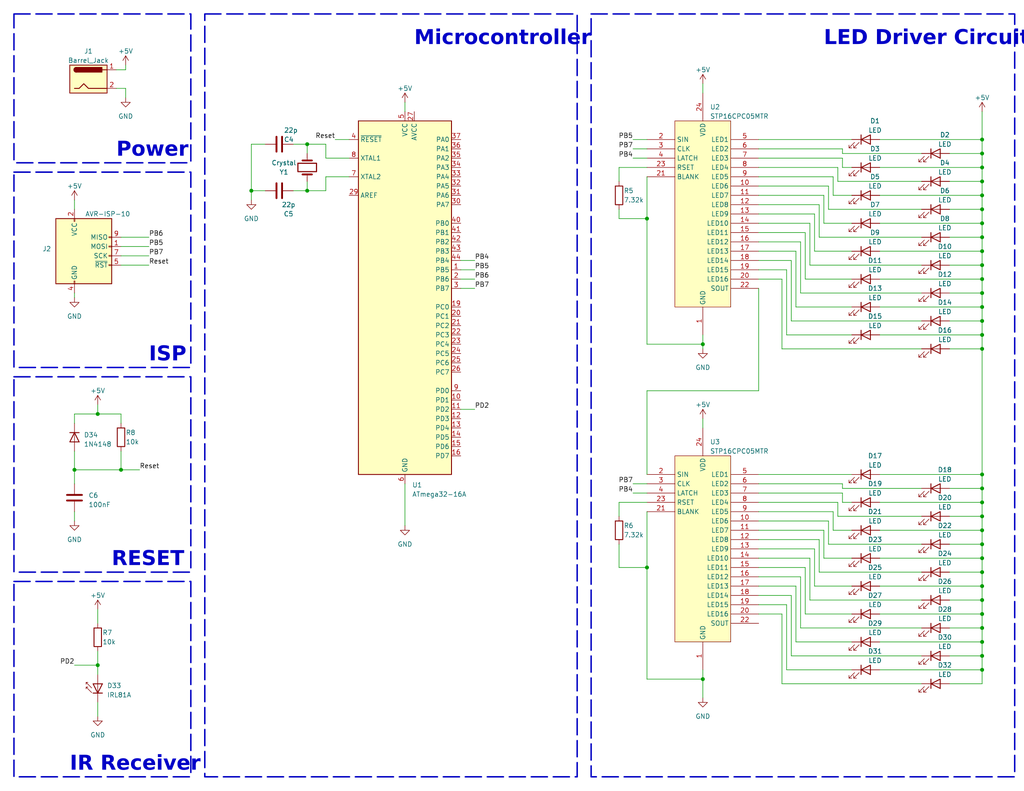
<source format=kicad_sch>
(kicad_sch (version 20230121) (generator eeschema)
  (paper "A")
  (lib_symbols
    (symbol "Connector:AVR-ISP-10" (pin_names (offset 1.016))
      (property "Reference" "J" (at -6.35 11.43 0))
      (property "Value" "AVR-ISP-10" (at 0 11.43 0))
      (symbol "AVR-ISP-10_0_1"
        (rectangle (start -2.667 -6.858) (end -2.413 -7.62))
        (rectangle (start -2.667 10.16) (end -2.413 9.398))
        (rectangle (start 7.62 -2.413) (end 6.858 -2.667))
        (rectangle (start 7.62 0.127) (end 6.858 -0.127))
        (rectangle (start 7.62 2.667) (end 6.858 2.413))
        (rectangle (start 7.62 5.207) (end 6.858 4.953))
        (rectangle (start 7.62 10.16) (end -7.62 -7.62) (stroke (width 0.254)) (fill (type background)))
      )
      (symbol "AVR-ISP-10_1_1"
        (pin passive line (at 10.16 2.54 180) (length 2.54) (name "MOSI") (number "1"))
        (pin passive line (at -2.54 -10.16 90) (length 2.54) hide (name "GND") (number "10"))
        (pin passive line (at -2.54 12.7 270) (length 2.54) (name "VCC") (number "2"))
        (pin no_connect line (at 7.62 -5.08 180) (length 2.54) hide (name "NC") (number "3"))
        (pin passive line (at -2.54 -10.16 90) (length 2.54) (name "GND") (number "4"))
        (pin passive line (at 10.16 -2.54 180) (length 2.54) (name "~{RST}") (number "5"))
        (pin passive line (at -2.54 -10.16 90) (length 2.54) hide (name "GND") (number "6"))
        (pin passive line (at 10.16 0 180) (length 2.54) (name "SCK") (number "7"))
        (pin passive line (at -2.54 -10.16 90) (length 2.54) hide (name "GND") (number "8"))
        (pin passive line (at 10.16 5.08 180) (length 2.54) (name "MISO") (number "9"))
      )
    )
    (symbol "Connector:Barrel_Jack" (pin_names (offset 1.016))
      (property "Reference" "J" (at 0 5.334 0))
      (property "Value" "Barrel_Jack" (at 0 -5.08 0))
      (symbol "Barrel_Jack_0_1"
        (rectangle (start -5.08 3.81) (end 5.08 -3.81) (stroke (width 0.254)) (fill (type background)))
        (arc (start -3.302 3.175) (mid -3.9343 2.54) (end -3.302 1.905) (stroke (width 0.254)))
        (arc (start -3.302 3.175) (mid -3.9343 2.54) (end -3.302 1.905) (stroke (width 0.254)) (fill (type outline)))
        (polyline (pts (xy 5.08 2.54) (xy 3.81 2.54)) (stroke (width 0.254)))
        (polyline (pts (xy -3.81 -2.54) (xy -2.54 -2.54) (xy -1.27 -1.27) (xy 0 -2.54) (xy 2.54 -2.54) (xy 5.08 -2.54)) (stroke (width 0.254)))
        (rectangle (start 3.683 3.175) (end -3.302 1.905) (stroke (width 0.254)) (fill (type outline)))
      )
      (symbol "Barrel_Jack_1_1"
        (pin passive line (at 7.62 2.54 180) (length 2.54) (name "~") (number "1"))
        (pin passive line (at 7.62 -2.54 180) (length 2.54) (name "~") (number "2"))
      )
    )
    (symbol "Device:C" (pin_numbers hide) (pin_names (offset 0.254))
      (property "Reference" "C" (at 0.635 2.54 0))
      (property "Value" "C" (at 0.635 -2.54 0))
      (symbol "C_0_1"
        (polyline (pts (xy -2.032 -0.762) (xy 2.032 -0.762)) (stroke (width 0.508)))
        (polyline (pts (xy -2.032 0.762) (xy 2.032 0.762)) (stroke (width 0.508)))
      )
      (symbol "C_1_1"
        (pin passive line (at 0 3.81 270) (length 2.794) (name "~") (number "1"))
        (pin passive line (at 0 -3.81 90) (length 2.794) (name "~") (number "2"))
      )
    )
    (symbol "Device:Crystal" (pin_numbers hide) (pin_names (offset 1.016) hide)
      (property "Reference" "Y" (at 0 3.81 0))
      (property "Value" "Crystal" (at 0 -3.81 0))
      (symbol "Crystal_0_1"
        (rectangle (start -1.143 2.54) (end 1.143 -2.54) (stroke (width 0.3048)))
        (polyline (pts (xy -2.54 0) (xy -1.905 0)))
        (polyline (pts (xy -1.905 -1.27) (xy -1.905 1.27)) (stroke (width 0.508)))
        (polyline (pts (xy 1.905 -1.27) (xy 1.905 1.27)) (stroke (width 0.508)))
        (polyline (pts (xy 2.54 0) (xy 1.905 0)))
      )
      (symbol "Crystal_1_1"
        (pin passive line (at -3.81 0 0) (length 1.27) (name "1") (number "1"))
        (pin passive line (at 3.81 0 180) (length 1.27) (name "2") (number "2"))
      )
    )
    (symbol "Device:LED" (pin_numbers hide) (pin_names (offset 1.016) hide)
      (property "Reference" "D" (at 0 2.54 0))
      (property "Value" "LED" (at 0 -2.54 0))
      (symbol "LED_0_1"
        (polyline (pts (xy -1.27 -1.27) (xy -1.27 1.27)) (stroke (width 0.254)))
        (polyline (pts (xy -1.27 0) (xy 1.27 0)))
        (polyline (pts (xy 1.27 -1.27) (xy 1.27 1.27) (xy -1.27 0) (xy 1.27 -1.27)) (stroke (width 0.254)))
        (polyline (pts (xy -3.048 -0.762) (xy -4.572 -2.286) (xy -3.81 -2.286) (xy -4.572 -2.286) (xy -4.572 -1.524)))
        (polyline (pts (xy -1.778 -0.762) (xy -3.302 -2.286) (xy -2.54 -2.286) (xy -3.302 -2.286) (xy -3.302 -1.524)))
      )
      (symbol "LED_1_1"
        (pin passive line (at -3.81 0 0) (length 2.54) (name "K") (number "1"))
        (pin passive line (at 3.81 0 180) (length 2.54) (name "A") (number "2"))
      )
    )
    (symbol "Device:R" (pin_numbers hide) (pin_names (offset 0))
      (property "Reference" "R" (at 2.032 0 90))
      (property "Value" "R" (at 0 0 90))
      (symbol "R_0_1"
        (rectangle (start -1.016 -2.54) (end 1.016 2.54) (stroke (width 0.254)))
      )
      (symbol "R_1_1"
        (pin passive line (at 0 3.81 270) (length 1.27) (name "~") (number "1"))
        (pin passive line (at 0 -3.81 90) (length 1.27) (name "~") (number "2"))
      )
    )
    (symbol "Diode:1N4148" (pin_numbers hide) (pin_names hide)
      (property "Reference" "D" (at 0 2.54 0))
      (property "Value" "1N4148" (at 0 -2.54 0))
      (symbol "1N4148_0_1"
        (polyline (pts (xy -1.27 1.27) (xy -1.27 -1.27)) (stroke (width 0.254)))
        (polyline (pts (xy 1.27 0) (xy -1.27 0)))
        (polyline (pts (xy 1.27 1.27) (xy 1.27 -1.27) (xy -1.27 0) (xy 1.27 1.27)) (stroke (width 0.254)))
      )
      (symbol "1N4148_1_1"
        (pin passive line (at -3.81 0 0) (length 2.54) (name "K") (number "1"))
        (pin passive line (at 3.81 0 180) (length 2.54) (name "A") (number "2"))
      )
    )
    (symbol "Driver_LED_Custom:CAT4016Y"
      (property "Reference" "U" (at -8.89 26.67 0))
      (property "Value" "CAT4016Y" (at 7.62 26.67 0))
      (symbol "CAT4016Y_1_0"
        (rectangle (start -7.62 25.4) (end 7.62 -25.4) (fill (type background)))
        (pin power_in line (at 0 -33.02 90) (length 7.62) (name "GND") (number "1"))
        (pin output line (at 15.24 7.62 180) (length 7.62) (name "LED6") (number "10"))
        (pin output line (at 15.24 5.08 180) (length 7.62) (name "LED7") (number "11"))
        (pin output line (at 15.24 2.54 180) (length 7.62) (name "LED8") (number "12"))
        (pin output line (at 15.24 0 180) (length 7.62) (name "LED9") (number "13"))
        (pin output line (at 15.24 -2.54 180) (length 7.62) (name "LED10") (number "14"))
        (pin output line (at 15.24 -5.08 180) (length 7.62) (name "LED11") (number "15"))
        (pin output line (at 15.24 -7.62 180) (length 7.62) (name "LED12") (number "16"))
        (pin output line (at 15.24 -10.16 180) (length 7.62) (name "LED13") (number "17"))
        (pin output line (at 15.24 -12.7 180) (length 7.62) (name "LED14") (number "18"))
        (pin output line (at 15.24 -15.24 180) (length 7.62) (name "LED15") (number "19"))
        (pin input line (at -15.24 20.32 0) (length 7.62) (name "SIN") (number "2"))
        (pin output line (at 15.24 -17.78 180) (length 7.62) (name "LED16") (number "20"))
        (pin passive line (at -15.24 10.16 0) (length 7.62) (name "BLANK") (number "21"))
        (pin output line (at 15.24 -20.32 180) (length 7.62) (name "SOUT") (number "22"))
        (pin passive line (at -15.24 12.7 0) (length 7.62) (name "RSET") (number "23"))
        (pin power_in line (at 0 33.02 270) (length 7.62) (name "VDD") (number "24"))
        (pin input line (at -15.24 17.78 0) (length 7.62) (name "CLK") (number "3"))
        (pin input line (at -15.24 15.24 0) (length 7.62) (name "LATCH") (number "4"))
        (pin output line (at 15.24 20.32 180) (length 7.62) (name "LED1") (number "5"))
        (pin output line (at 15.24 17.78 180) (length 7.62) (name "LED2") (number "6"))
        (pin output line (at 15.24 15.24 180) (length 7.62) (name "LED3") (number "7"))
        (pin output line (at 15.24 12.7 180) (length 7.62) (name "LED4") (number "8"))
        (pin output line (at 15.24 10.16 180) (length 7.62) (name "LED5") (number "9"))
      )
    )
    (symbol "LED:IRL81A" (pin_numbers hide) (pin_names (offset 1.016) hide)
      (property "Reference" "D" (at 0.508 1.778 0))
      (property "Value" "IRL81A" (at -1.016 -2.794 0))
      (symbol "IRL81A_0_1"
        (polyline (pts (xy -2.54 0) (xy 0 0)))
        (polyline (pts (xy -2.54 1.27) (xy -2.54 -1.27)) (stroke (width 0.254)))
        (polyline (pts (xy 0.381 3.175) (xy -0.127 3.175)))
        (polyline (pts (xy -1.143 1.651) (xy 0.381 3.175) (xy 0.381 2.667)))
        (polyline (pts (xy 0 -1.27) (xy 0 1.27) (xy -2.54 0) (xy 0 -1.27)) (stroke (width 0.254)))
        (polyline (pts (xy -2.413 1.651) (xy -0.889 3.175) (xy -0.889 2.667) (xy -0.889 3.175) (xy -1.397 3.175)))
      )
      (symbol "IRL81A_1_1"
        (pin passive line (at -5.08 0 0) (length 2.54) (name "K") (number "1"))
        (pin passive line (at 2.54 0 180) (length 2.54) (name "A") (number "2"))
      )
    )
    (symbol "MCU_Microchip_ATmega:ATmega32-16A"
      (property "Reference" "U" (at -12.7 49.53 0))
      (property "Value" "ATmega32-16A" (at 2.54 -49.53 0))
      (symbol "ATmega32-16A_0_1"
        (rectangle (start -12.7 -48.26) (end 12.7 48.26) (stroke (width 0.254)) (fill (type background)))
      )
      (symbol "ATmega32-16A_1_1"
        (pin bidirectional line (at 15.24 7.62 180) (length 2.54) (name "PB5") (number "1"))
        (pin bidirectional line (at 15.24 -27.94 180) (length 2.54) (name "PD1") (number "10"))
        (pin bidirectional line (at 15.24 -30.48 180) (length 2.54) (name "PD2") (number "11"))
        (pin bidirectional line (at 15.24 -33.02 180) (length 2.54) (name "PD3") (number "12"))
        (pin bidirectional line (at 15.24 -35.56 180) (length 2.54) (name "PD4") (number "13"))
        (pin bidirectional line (at 15.24 -38.1 180) (length 2.54) (name "PD5") (number "14"))
        (pin bidirectional line (at 15.24 -40.64 180) (length 2.54) (name "PD6") (number "15"))
        (pin bidirectional line (at 15.24 -43.18 180) (length 2.54) (name "PD7") (number "16"))
        (pin passive line (at 0 50.8 270) (length 2.54) hide (name "VCC") (number "17"))
        (pin passive line (at 0 -50.8 90) (length 2.54) hide (name "GND") (number "18"))
        (pin bidirectional line (at 15.24 -2.54 180) (length 2.54) (name "PC0") (number "19"))
        (pin bidirectional line (at 15.24 5.08 180) (length 2.54) (name "PB6") (number "2"))
        (pin bidirectional line (at 15.24 -5.08 180) (length 2.54) (name "PC1") (number "20"))
        (pin bidirectional line (at 15.24 -7.62 180) (length 2.54) (name "PC2") (number "21"))
        (pin bidirectional line (at 15.24 -10.16 180) (length 2.54) (name "PC3") (number "22"))
        (pin bidirectional line (at 15.24 -12.7 180) (length 2.54) (name "PC4") (number "23"))
        (pin bidirectional line (at 15.24 -15.24 180) (length 2.54) (name "PC5") (number "24"))
        (pin bidirectional line (at 15.24 -17.78 180) (length 2.54) (name "PC6") (number "25"))
        (pin bidirectional line (at 15.24 -20.32 180) (length 2.54) (name "PC7") (number "26"))
        (pin power_in line (at 2.54 50.8 270) (length 2.54) (name "AVCC") (number "27"))
        (pin passive line (at 0 -50.8 90) (length 2.54) hide (name "GND") (number "28"))
        (pin passive line (at -15.24 27.94 0) (length 2.54) (name "AREF") (number "29"))
        (pin bidirectional line (at 15.24 2.54 180) (length 2.54) (name "PB7") (number "3"))
        (pin bidirectional line (at 15.24 25.4 180) (length 2.54) (name "PA7") (number "30"))
        (pin bidirectional line (at 15.24 27.94 180) (length 2.54) (name "PA6") (number "31"))
        (pin bidirectional line (at 15.24 30.48 180) (length 2.54) (name "PA5") (number "32"))
        (pin bidirectional line (at 15.24 33.02 180) (length 2.54) (name "PA4") (number "33"))
        (pin bidirectional line (at 15.24 35.56 180) (length 2.54) (name "PA3") (number "34"))
        (pin bidirectional line (at 15.24 38.1 180) (length 2.54) (name "PA2") (number "35"))
        (pin bidirectional line (at 15.24 40.64 180) (length 2.54) (name "PA1") (number "36"))
        (pin bidirectional line (at 15.24 43.18 180) (length 2.54) (name "PA0") (number "37"))
        (pin passive line (at 0 50.8 270) (length 2.54) hide (name "VCC") (number "38"))
        (pin passive line (at 0 -50.8 90) (length 2.54) hide (name "GND") (number "39"))
        (pin input line (at -15.24 43.18 0) (length 2.54) (name "~{RESET}") (number "4"))
        (pin bidirectional line (at 15.24 20.32 180) (length 2.54) (name "PB0") (number "40"))
        (pin bidirectional line (at 15.24 17.78 180) (length 2.54) (name "PB1") (number "41"))
        (pin bidirectional line (at 15.24 15.24 180) (length 2.54) (name "PB2") (number "42"))
        (pin bidirectional line (at 15.24 12.7 180) (length 2.54) (name "PB3") (number "43"))
        (pin bidirectional line (at 15.24 10.16 180) (length 2.54) (name "PB4") (number "44"))
        (pin power_in line (at 0 50.8 270) (length 2.54) (name "VCC") (number "5"))
        (pin power_in line (at 0 -50.8 90) (length 2.54) (name "GND") (number "6"))
        (pin output line (at -15.24 33.02 0) (length 2.54) (name "XTAL2") (number "7"))
        (pin input line (at -15.24 38.1 0) (length 2.54) (name "XTAL1") (number "8"))
        (pin bidirectional line (at 15.24 -25.4 180) (length 2.54) (name "PD0") (number "9"))
      )
    )
    (symbol "power:+5V" (power) (pin_names (offset 0))
      (property "Value" "+5V" (at 0 3.556 0))
      (symbol "+5V_0_1"
        (polyline (pts (xy -0.762 1.27) (xy 0 2.54)))
        (polyline (pts (xy 0 0) (xy 0 2.54)))
        (polyline (pts (xy 0 2.54) (xy 0.762 1.27)))
      )
      (symbol "+5V_1_1"
        (pin power_in line (at 0 0 90) (length 0) hide (name "+5V") (number "1"))
      )
    )
    (symbol "power:GND" (power) (pin_names (offset 0))
      (property "Value" "GND" (at 0 -3.81 0))
      (symbol "GND_0_1"
        (polyline (pts (xy 0 0) (xy 0 -1.27) (xy 1.27 -1.27) (xy 0 -2.54) (xy -1.27 -1.27) (xy 0 -1.27)))
      )
      (symbol "GND_1_1"
        (pin power_in line (at 0 0 270) (length 0) hide (name "GND") (number "1"))
      )
    )
  )
  (junction (at 267.97 53.34))
  (junction (at 267.97 129.54))
  (junction (at 83.82 52.07))
  (junction (at 267.97 167.64))
  (junction (at 267.97 175.26))
  (junction (at 191.77 185.42))
  (junction (at 267.97 148.59))
  (junction (at 267.97 72.39))
  (junction (at 191.77 93.98))
  (junction (at 267.97 64.77))
  (junction (at 267.97 179.07))
  (junction (at 267.97 133.35))
  (junction (at 267.97 60.96))
  (junction (at 267.97 76.2))
  (junction (at 267.97 156.21))
  (junction (at 267.97 83.82))
  (junction (at 267.97 41.91))
  (junction (at 267.97 38.1))
  (junction (at 26.67 113.03))
  (junction (at 176.53 154.94))
  (junction (at 267.97 182.88))
  (junction (at 267.97 91.44))
  (junction (at 267.97 80.01))
  (junction (at 33.02 128.27))
  (junction (at 267.97 160.02))
  (junction (at 267.97 140.97))
  (junction (at 83.82 39.37))
  (junction (at 267.97 144.78))
  (junction (at 267.97 163.83))
  (junction (at 267.97 171.45))
  (junction (at 26.67 181.61))
  (junction (at 267.97 95.25))
  (junction (at 267.97 45.72))
  (junction (at 267.97 49.53))
  (junction (at 68.58 52.07))
  (junction (at 267.97 68.58))
  (junction (at 267.97 137.16))
  (junction (at 267.97 152.4))
  (junction (at 176.53 59.69))
  (junction (at 267.97 87.63))
  (junction (at 267.97 57.15))
  (junction (at 20.32 128.27))
  (wire (pts (xy 215.9 162.56) (xy 215.9 179.07)))
  (wire (pts (xy 20.32 123.19) (xy 20.32 128.27)))
  (wire (pts (xy 20.32 115.57) (xy 20.32 113.03)))
  (wire (pts (xy 222.25 68.58) (xy 232.41 68.58)))
  (wire (pts (xy 224.79 60.96) (xy 232.41 60.96)))
  (wire (pts (xy 219.71 154.94) (xy 219.71 167.64)))
  (wire (pts (xy 259.08 41.91) (xy 267.97 41.91)))
  (wire (pts (xy 223.52 156.21) (xy 251.46 156.21)))
  (wire (pts (xy 207.01 55.88) (xy 223.52 55.88)))
  (wire (pts (xy 207.01 152.4) (xy 220.98 152.4)))
  (wire (pts (xy 267.97 60.96) (xy 267.97 64.77)))
  (wire (pts (xy 218.44 80.01) (xy 251.46 80.01)))
  (wire (pts (xy 226.06 50.8) (xy 226.06 57.15)))
  (wire (pts (xy 176.53 59.69) (xy 176.53 93.98)))
  (wire (pts (xy 229.87 41.91) (xy 251.46 41.91)))
  (wire (pts (xy 213.36 95.25) (xy 251.46 95.25)))
  (wire (pts (xy 207.01 48.26) (xy 227.33 48.26)))
  (wire (pts (xy 240.03 60.96) (xy 267.97 60.96)))
  (wire (pts (xy 20.32 81.28) (xy 20.32 80.01)))
  (wire (pts (xy 207.01 73.66) (xy 214.63 73.66)))
  (wire (pts (xy 172.72 40.64) (xy 176.53 40.64)))
  (wire (pts (xy 207.01 63.5) (xy 219.71 63.5)))
  (wire (pts (xy 267.97 152.4) (xy 267.97 156.21)))
  (wire (pts (xy 72.39 39.37) (xy 68.58 39.37)))
  (wire (pts (xy 213.36 186.69) (xy 251.46 186.69)))
  (wire (pts (xy 240.03 129.54) (xy 267.97 129.54)))
  (wire (pts (xy 267.97 30.48) (xy 267.97 38.1)))
  (wire (pts (xy 240.03 45.72) (xy 267.97 45.72)))
  (wire (pts (xy 213.36 76.2) (xy 213.36 95.25)))
  (wire (pts (xy 267.97 64.77) (xy 267.97 68.58)))
  (wire (pts (xy 207.01 38.1) (xy 232.41 38.1)))
  (wire (pts (xy 207.01 157.48) (xy 218.44 157.48)))
  (wire (pts (xy 240.03 38.1) (xy 267.97 38.1)))
  (wire (pts (xy 267.97 179.07) (xy 267.97 182.88)))
  (wire (pts (xy 88.9 39.37) (xy 88.9 43.18)))
  (wire (pts (xy 168.91 45.72) (xy 176.53 45.72)))
  (wire (pts (xy 267.97 144.78) (xy 267.97 148.59)))
  (wire (pts (xy 207.01 43.18) (xy 229.87 43.18)))
  (wire (pts (xy 88.9 48.26) (xy 95.25 48.26)))
  (wire (pts (xy 224.79 152.4) (xy 232.41 152.4)))
  (wire (pts (xy 34.29 24.13) (xy 31.75 24.13)))
  (wire (pts (xy 91.44 38.1) (xy 95.25 38.1)))
  (wire (pts (xy 267.97 129.54) (xy 267.97 133.35)))
  (wire (pts (xy 33.02 123.19) (xy 33.02 128.27)))
  (wire (pts (xy 207.01 147.32) (xy 223.52 147.32)))
  (wire (pts (xy 207.01 71.12) (xy 215.9 71.12)))
  (wire (pts (xy 227.33 53.34) (xy 232.41 53.34)))
  (wire (pts (xy 228.6 45.72) (xy 228.6 49.53)))
  (wire (pts (xy 207.01 129.54) (xy 232.41 129.54)))
  (wire (pts (xy 226.06 142.24) (xy 226.06 148.59)))
  (wire (pts (xy 267.97 49.53) (xy 267.97 53.34)))
  (wire (pts (xy 259.08 72.39) (xy 267.97 72.39)))
  (wire (pts (xy 191.77 93.98) (xy 191.77 95.25)))
  (wire (pts (xy 83.82 49.53) (xy 83.82 52.07)))
  (wire (pts (xy 191.77 114.3) (xy 191.77 116.84)))
  (wire (pts (xy 26.67 191.77) (xy 26.67 195.58)))
  (wire (pts (xy 33.02 69.85) (xy 40.64 69.85)))
  (wire (pts (xy 207.01 40.64) (xy 229.87 40.64)))
  (wire (pts (xy 267.97 171.45) (xy 267.97 175.26)))
  (wire (pts (xy 110.49 27.94) (xy 110.49 30.48)))
  (wire (pts (xy 259.08 133.35) (xy 267.97 133.35)))
  (wire (pts (xy 267.97 38.1) (xy 267.97 41.91)))
  (wire (pts (xy 267.97 83.82) (xy 267.97 87.63)))
  (wire (pts (xy 259.08 148.59) (xy 267.97 148.59)))
  (wire (pts (xy 240.03 76.2) (xy 267.97 76.2)))
  (wire (pts (xy 219.71 167.64) (xy 232.41 167.64)))
  (wire (pts (xy 176.53 154.94) (xy 176.53 185.42)))
  (wire (pts (xy 267.97 148.59) (xy 267.97 152.4)))
  (wire (pts (xy 207.01 60.96) (xy 220.98 60.96)))
  (wire (pts (xy 207.01 165.1) (xy 214.63 165.1)))
  (wire (pts (xy 83.82 39.37) (xy 88.9 39.37)))
  (wire (pts (xy 226.06 57.15) (xy 251.46 57.15)))
  (wire (pts (xy 26.67 110.49) (xy 26.67 113.03)))
  (wire (pts (xy 20.32 128.27) (xy 33.02 128.27)))
  (wire (pts (xy 176.53 139.7) (xy 176.53 154.94)))
  (wire (pts (xy 33.02 64.77) (xy 40.64 64.77)))
  (wire (pts (xy 88.9 43.18) (xy 95.25 43.18)))
  (wire (pts (xy 217.17 68.58) (xy 217.17 83.82)))
  (wire (pts (xy 267.97 182.88) (xy 267.97 186.69)))
  (wire (pts (xy 267.97 163.83) (xy 267.97 167.64)))
  (wire (pts (xy 240.03 167.64) (xy 267.97 167.64)))
  (wire (pts (xy 259.08 64.77) (xy 267.97 64.77)))
  (wire (pts (xy 220.98 163.83) (xy 251.46 163.83)))
  (wire (pts (xy 224.79 53.34) (xy 224.79 60.96)))
  (wire (pts (xy 207.01 144.78) (xy 224.79 144.78)))
  (wire (pts (xy 20.32 181.61) (xy 26.67 181.61)))
  (wire (pts (xy 220.98 60.96) (xy 220.98 72.39)))
  (wire (pts (xy 220.98 72.39) (xy 251.46 72.39)))
  (wire (pts (xy 215.9 87.63) (xy 251.46 87.63)))
  (wire (pts (xy 207.01 66.04) (xy 218.44 66.04)))
  (wire (pts (xy 222.25 160.02) (xy 232.41 160.02)))
  (wire (pts (xy 259.08 140.97) (xy 267.97 140.97)))
  (wire (pts (xy 267.97 156.21) (xy 267.97 160.02)))
  (wire (pts (xy 176.53 93.98) (xy 191.77 93.98)))
  (wire (pts (xy 222.25 58.42) (xy 222.25 68.58)))
  (wire (pts (xy 267.97 95.25) (xy 259.08 95.25)))
  (wire (pts (xy 215.9 71.12) (xy 215.9 87.63)))
  (wire (pts (xy 80.01 52.07) (xy 83.82 52.07)))
  (wire (pts (xy 229.87 43.18) (xy 229.87 45.72)))
  (wire (pts (xy 259.08 156.21) (xy 267.97 156.21)))
  (wire (pts (xy 218.44 66.04) (xy 218.44 80.01)))
  (wire (pts (xy 207.01 134.62) (xy 229.87 134.62)))
  (wire (pts (xy 213.36 167.64) (xy 213.36 186.69)))
  (wire (pts (xy 267.97 45.72) (xy 267.97 49.53)))
  (wire (pts (xy 20.32 128.27) (xy 20.32 132.08)))
  (wire (pts (xy 83.82 41.91) (xy 83.82 39.37)))
  (wire (pts (xy 172.72 134.62) (xy 176.53 134.62)))
  (wire (pts (xy 33.02 115.57) (xy 33.02 113.03)))
  (wire (pts (xy 267.97 68.58) (xy 267.97 72.39)))
  (wire (pts (xy 267.97 91.44) (xy 267.97 95.25)))
  (wire (pts (xy 110.49 132.08) (xy 110.49 143.51)))
  (wire (pts (xy 217.17 175.26) (xy 232.41 175.26)))
  (wire (pts (xy 227.33 139.7) (xy 227.33 144.78)))
  (wire (pts (xy 31.75 19.05) (xy 34.29 19.05)))
  (wire (pts (xy 83.82 52.07) (xy 88.9 52.07)))
  (wire (pts (xy 224.79 144.78) (xy 224.79 152.4)))
  (wire (pts (xy 222.25 149.86) (xy 222.25 160.02)))
  (wire (pts (xy 168.91 57.15) (xy 168.91 59.69)))
  (wire (pts (xy 207.01 142.24) (xy 226.06 142.24)))
  (wire (pts (xy 176.53 48.26) (xy 176.53 59.69)))
  (wire (pts (xy 125.73 76.2) (xy 129.54 76.2)))
  (wire (pts (xy 207.01 162.56) (xy 215.9 162.56)))
  (wire (pts (xy 207.01 139.7) (xy 227.33 139.7)))
  (wire (pts (xy 215.9 179.07) (xy 251.46 179.07)))
  (wire (pts (xy 80.01 39.37) (xy 83.82 39.37)))
  (wire (pts (xy 68.58 52.07) (xy 72.39 52.07)))
  (wire (pts (xy 259.08 80.01) (xy 267.97 80.01)))
  (wire (pts (xy 228.6 49.53) (xy 251.46 49.53)))
  (wire (pts (xy 267.97 140.97) (xy 267.97 144.78)))
  (wire (pts (xy 267.97 53.34) (xy 267.97 57.15)))
  (wire (pts (xy 223.52 55.88) (xy 223.52 64.77)))
  (wire (pts (xy 20.32 54.61) (xy 20.32 57.15)))
  (wire (pts (xy 125.73 111.76) (xy 129.54 111.76)))
  (wire (pts (xy 207.01 106.68) (xy 176.53 106.68)))
  (wire (pts (xy 218.44 157.48) (xy 218.44 171.45)))
  (wire (pts (xy 240.03 53.34) (xy 267.97 53.34)))
  (wire (pts (xy 220.98 152.4) (xy 220.98 163.83)))
  (wire (pts (xy 259.08 49.53) (xy 267.97 49.53)))
  (wire (pts (xy 240.03 83.82) (xy 267.97 83.82)))
  (wire (pts (xy 172.72 132.08) (xy 176.53 132.08)))
  (wire (pts (xy 229.87 134.62) (xy 229.87 137.16)))
  (wire (pts (xy 214.63 91.44) (xy 232.41 91.44)))
  (wire (pts (xy 229.87 40.64) (xy 229.87 41.91)))
  (wire (pts (xy 267.97 87.63) (xy 267.97 91.44)))
  (wire (pts (xy 26.67 166.37) (xy 26.67 170.18)))
  (wire (pts (xy 34.29 17.78) (xy 34.29 19.05)))
  (wire (pts (xy 168.91 148.59) (xy 168.91 154.94)))
  (wire (pts (xy 219.71 76.2) (xy 232.41 76.2)))
  (wire (pts (xy 240.03 182.88) (xy 267.97 182.88)))
  (wire (pts (xy 223.52 64.77) (xy 251.46 64.77)))
  (wire (pts (xy 228.6 140.97) (xy 251.46 140.97)))
  (wire (pts (xy 267.97 41.91) (xy 267.97 45.72)))
  (wire (pts (xy 125.73 71.12) (xy 129.54 71.12)))
  (wire (pts (xy 207.01 167.64) (xy 213.36 167.64)))
  (wire (pts (xy 240.03 137.16) (xy 267.97 137.16)))
  (wire (pts (xy 20.32 139.7) (xy 20.32 142.24)))
  (wire (pts (xy 218.44 171.45) (xy 251.46 171.45)))
  (wire (pts (xy 207.01 58.42) (xy 222.25 58.42)))
  (wire (pts (xy 214.63 182.88) (xy 232.41 182.88)))
  (wire (pts (xy 229.87 45.72) (xy 232.41 45.72)))
  (wire (pts (xy 229.87 137.16) (xy 232.41 137.16)))
  (wire (pts (xy 227.33 48.26) (xy 227.33 53.34)))
  (wire (pts (xy 267.97 95.25) (xy 267.97 129.54)))
  (wire (pts (xy 168.91 49.53) (xy 168.91 45.72)))
  (wire (pts (xy 240.03 68.58) (xy 267.97 68.58)))
  (wire (pts (xy 191.77 182.88) (xy 191.77 185.42)))
  (wire (pts (xy 259.08 57.15) (xy 267.97 57.15)))
  (wire (pts (xy 267.97 160.02) (xy 267.97 163.83)))
  (wire (pts (xy 259.08 179.07) (xy 267.97 179.07)))
  (wire (pts (xy 176.53 185.42) (xy 191.77 185.42)))
  (wire (pts (xy 217.17 160.02) (xy 217.17 175.26)))
  (wire (pts (xy 267.97 186.69) (xy 259.08 186.69)))
  (wire (pts (xy 240.03 91.44) (xy 267.97 91.44)))
  (wire (pts (xy 172.72 38.1) (xy 176.53 38.1)))
  (wire (pts (xy 259.08 87.63) (xy 267.97 87.63)))
  (wire (pts (xy 227.33 144.78) (xy 232.41 144.78)))
  (wire (pts (xy 168.91 154.94) (xy 176.53 154.94)))
  (wire (pts (xy 207.01 76.2) (xy 213.36 76.2)))
  (wire (pts (xy 88.9 52.07) (xy 88.9 48.26)))
  (wire (pts (xy 207.01 149.86) (xy 222.25 149.86)))
  (wire (pts (xy 267.97 175.26) (xy 267.97 179.07)))
  (wire (pts (xy 259.08 171.45) (xy 267.97 171.45)))
  (wire (pts (xy 240.03 152.4) (xy 267.97 152.4)))
  (wire (pts (xy 125.73 73.66) (xy 129.54 73.66)))
  (wire (pts (xy 33.02 128.27) (xy 38.1 128.27)))
  (wire (pts (xy 207.01 132.08) (xy 229.87 132.08)))
  (wire (pts (xy 207.01 78.74) (xy 207.01 106.68)))
  (wire (pts (xy 267.97 137.16) (xy 267.97 140.97)))
  (wire (pts (xy 20.32 113.03) (xy 26.67 113.03)))
  (wire (pts (xy 176.53 106.68) (xy 176.53 129.54)))
  (wire (pts (xy 228.6 137.16) (xy 228.6 140.97)))
  (wire (pts (xy 229.87 133.35) (xy 251.46 133.35)))
  (wire (pts (xy 26.67 177.8) (xy 26.67 181.61)))
  (wire (pts (xy 240.03 160.02) (xy 267.97 160.02)))
  (wire (pts (xy 34.29 26.67) (xy 34.29 24.13)))
  (wire (pts (xy 267.97 133.35) (xy 267.97 137.16)))
  (wire (pts (xy 207.01 68.58) (xy 217.17 68.58)))
  (wire (pts (xy 33.02 67.31) (xy 40.64 67.31)))
  (wire (pts (xy 223.52 147.32) (xy 223.52 156.21)))
  (wire (pts (xy 125.73 78.74) (xy 129.54 78.74)))
  (wire (pts (xy 26.67 181.61) (xy 26.67 184.15)))
  (wire (pts (xy 207.01 45.72) (xy 228.6 45.72)))
  (wire (pts (xy 168.91 59.69) (xy 176.53 59.69)))
  (wire (pts (xy 240.03 144.78) (xy 267.97 144.78)))
  (wire (pts (xy 214.63 73.66) (xy 214.63 91.44)))
  (wire (pts (xy 267.97 76.2) (xy 267.97 80.01)))
  (wire (pts (xy 259.08 163.83) (xy 267.97 163.83)))
  (wire (pts (xy 191.77 91.44) (xy 191.77 93.98)))
  (wire (pts (xy 191.77 185.42) (xy 191.77 190.5)))
  (wire (pts (xy 168.91 137.16) (xy 176.53 137.16)))
  (wire (pts (xy 214.63 165.1) (xy 214.63 182.88)))
  (wire (pts (xy 172.72 43.18) (xy 176.53 43.18)))
  (wire (pts (xy 207.01 160.02) (xy 217.17 160.02)))
  (wire (pts (xy 33.02 72.39) (xy 40.64 72.39)))
  (wire (pts (xy 207.01 50.8) (xy 226.06 50.8)))
  (wire (pts (xy 267.97 72.39) (xy 267.97 76.2)))
  (wire (pts (xy 207.01 53.34) (xy 224.79 53.34)))
  (wire (pts (xy 68.58 39.37) (xy 68.58 52.07)))
  (wire (pts (xy 26.67 113.03) (xy 33.02 113.03)))
  (wire (pts (xy 226.06 148.59) (xy 251.46 148.59)))
  (wire (pts (xy 219.71 63.5) (xy 219.71 76.2)))
  (wire (pts (xy 267.97 57.15) (xy 267.97 60.96)))
  (wire (pts (xy 229.87 132.08) (xy 229.87 133.35)))
  (wire (pts (xy 267.97 167.64) (xy 267.97 171.45)))
  (wire (pts (xy 191.77 22.86) (xy 191.77 25.4)))
  (wire (pts (xy 267.97 80.01) (xy 267.97 83.82)))
  (wire (pts (xy 168.91 140.97) (xy 168.91 137.16)))
  (wire (pts (xy 207.01 154.94) (xy 219.71 154.94)))
  (wire (pts (xy 240.03 175.26) (xy 267.97 175.26)))
  (wire (pts (xy 207.01 137.16) (xy 228.6 137.16)))
  (wire (pts (xy 68.58 52.07) (xy 68.58 54.61)))
  (wire (pts (xy 217.17 83.82) (xy 232.41 83.82)))
  (rectangle (start 3.81 46.99) (end 52.07 100.33) (stroke (width 0.4) (type dash)))
  (rectangle (start 161.29 3.81) (end 276.86 212.09) (stroke (width 0.4) (type dash)))
  (rectangle (start 3.81 158.75) (end 52.07 212.09) (stroke (width 0.4) (type dash)))
  (rectangle (start 3.81 102.87) (end 52.07 156.21) (stroke (width 0.4) (type dash)))
  (rectangle (start 55.88 3.81) (end 157.48 212.09) (stroke (width 0.4) (type dash)))
  (rectangle (start 3.81 3.81) (end 52.07 44.45) (stroke (width 0.4) (type dash)))
  (text "Power\n" (at 31.75 44.45 0) (effects (font (size 4 4) (thickness 2) bold) (justify left bottom)))
  (text "ISP" (at 40.64 100.33 0) (effects (font (size 4 4) (thickness 2) bold) (justify left bottom)))
  (text "RESET" (at 30.48 156.21 0) (effects (font (size 4 4) (thickness 2) bold) (justify left bottom)))
  (text "Microcontroller" (at 113.03 13.97 0) (effects (font (size 4 4) (thickness 2) bold) (justify left bottom)))
  (text "LED Driver Circuit" (at 224.79 13.97 0) (effects (font (size 4 4) (thickness 2) bold) (justify left bottom)))
  (text "IR Receiver\n" (at 19.05 212.09 0) (effects (font (size 4 4) (thickness 2) bold) (justify left bottom)))
  (label "Reset" (at 91.44 38.1 180))
  (label "PB7" (at 40.64 69.85 0))
  (label "PB6" (at 40.64 64.77 0))
  (label "Reset" (at 40.64 72.39 0))
  (label "PB4" (at 172.72 134.62 180))
  (label "PB6" (at 129.54 76.2 0))
  (label "PB7" (at 172.72 40.64 180))
  (label "Reset" (at 38.1 128.27 0))
  (label "PB4" (at 172.72 43.18 180))
  (label "PB5" (at 129.54 73.66 0))
  (label "PB7" (at 172.72 132.08 180))
  (label "PB7" (at 129.54 78.74 0))
  (label "PD2" (at 20.32 181.61 180))
  (label "PB5" (at 172.72 38.1 180))
  (label "PB5" (at 40.64 67.31 0))
  (label "PB4" (at 129.54 71.12 0))
  (label "PD2" (at 129.54 111.76 0))
  (symbol (lib_id "Device:LED") (at 236.22 152.4 0) (unit 1)
    (property "Reference" "D23" (at 238.76 147.32 0))
    (property "Value" "LED" (at 238.76 149.86 0))
    (property "Footprint" "LED_SMD:LED_1206_3216Metric" (effects hide))
  )
  (symbol (lib_id "Device:LED") (at 255.27 133.35 0) (unit 1)
    (property "Reference" "D18" (at 257.81 128.27 0))
    (property "Value" "LED" (at 257.81 130.81 0))
    (property "Footprint" "LED_SMD:LED_1206_3216Metric" (effects hide))
  )
  (symbol (lib_id "Device:LED") (at 236.22 68.58 0) (unit 1)
    (property "Reference" "D9" (at 238.76 63.5 0))
    (property "Value" "LED" (at 238.76 66.04 0))
    (property "Footprint" "LED_SMD:LED_1206_3216Metric" (effects hide))
  )
  (symbol (lib_id "Device:LED") (at 236.22 167.64 0) (unit 1)
    (property "Reference" "D27" (at 238.76 162.56 0))
    (property "Value" "LED" (at 238.76 165.1 0))
    (property "Footprint" "LED_SMD:LED_1206_3216Metric" (effects hide))
  )
  (symbol (lib_id "Device:R") (at 26.67 173.99 0) (unit 1)
    (property "Reference" "R7" (at 27.94 172.72 0) (effects (justify left)))
    (property "Value" "10k" (at 27.94 175.26 0) (effects (justify left)))
    (property "Footprint" "Resistor_SMD:R_0603_1608Metric" (effects hide))
  )
  (symbol (lib_id "Connector:Barrel_Jack") (at 24.13 21.59 0) (unit 1)
    (property "Reference" "J1" (at 24.13 13.97 0))
    (property "Value" "Barrel_Jack" (at 24.13 16.51 0))
    (property "Footprint" "Connector_JST:JST_PH_S2B-PH-SM4-TB_1x02-1MP_P2.00mm_Horizontal" (effects hide))
  )
  (symbol (lib_id "Device:Crystal") (at 83.82 45.72 270) (unit 1)
    (property "Reference" "Y1" (at 77.47 46.99 90))
    (property "Value" "Crystal" (at 77.47 44.45 90))
    (property "Footprint" "Crystal:Crystal_HC49-4H_Vertical" (effects hide))
  )
  (symbol (lib_id "Device:LED") (at 255.27 186.69 0) (unit 1)
    (property "Reference" "D32" (at 257.81 181.61 0))
    (property "Value" "LED" (at 257.81 184.15 0))
    (property "Footprint" "LED_SMD:LED_1206_3216Metric" (effects hide))
  )
  (symbol (lib_id "power:GND") (at 20.32 142.24 0) (unit 1)
    (property "Reference" "#PWR013" (effects hide))
    (property "Value" "GND" (at 20.32 147.32 0))
  )
  (symbol (lib_id "power:+5V") (at 191.77 22.86 0) (unit 1)
    (property "Reference" "#PWR05" (effects hide))
    (property "Value" "+5V" (at 191.77 19.05 0))
  )
  (symbol (lib_id "power:+5V") (at 110.49 27.94 0) (unit 1)
    (property "Reference" "#PWR03" (effects hide))
    (property "Value" "+5V" (at 110.49 24.13 0))
  )
  (symbol (lib_id "Device:LED") (at 236.22 144.78 0) (unit 1)
    (property "Reference" "D21" (at 238.76 139.7 0))
    (property "Value" "LED" (at 238.76 142.24 0))
    (property "Footprint" "LED_SMD:LED_1206_3216Metric" (effects hide))
  )
  (symbol (lib_id "Device:LED") (at 236.22 45.72 0) (unit 1)
    (property "Reference" "D3" (at 238.76 40.64 0))
    (property "Value" "LED" (at 238.76 43.18 0))
    (property "Footprint" "LED_SMD:LED_1206_3216Metric" (effects hide))
  )
  (symbol (lib_id "power:GND") (at 26.67 195.58 0) (unit 1)
    (property "Reference" "#PWR010" (effects hide))
    (property "Value" "GND" (at 26.67 200.66 0))
  )
  (symbol (lib_id "Device:LED") (at 255.27 41.91 0) (unit 1)
    (property "Reference" "D2" (at 257.81 36.83 0))
    (property "Value" "LED" (at 257.81 39.37 0))
    (property "Footprint" "LED_SMD:LED_1206_3216Metric" (effects hide))
  )
  (symbol (lib_id "Device:R") (at 168.91 53.34 0) (unit 1)
    (property "Reference" "R5" (at 170.18 52.07 0) (effects (justify left)))
    (property "Value" "7.32k" (at 170.18 54.61 0) (effects (justify left)))
    (property "Footprint" "Resistor_SMD:R_0603_1608Metric" (effects hide))
  )
  (symbol (lib_id "Device:LED") (at 255.27 171.45 0) (unit 1)
    (property "Reference" "D28" (at 257.81 166.37 0))
    (property "Value" "LED" (at 257.81 168.91 0))
    (property "Footprint" "LED_SMD:LED_1206_3216Metric" (effects hide))
  )
  (symbol (lib_id "power:GND") (at 68.58 54.61 0) (unit 1)
    (property "Reference" "#PWR01" (effects hide))
    (property "Value" "GND" (at 68.58 59.69 0))
  )
  (symbol (lib_id "Device:LED") (at 255.27 140.97 0) (unit 1)
    (property "Reference" "D20" (at 257.81 135.89 0))
    (property "Value" "LED" (at 257.81 138.43 0))
    (property "Footprint" "LED_SMD:LED_1206_3216Metric" (effects hide))
  )
  (symbol (lib_id "Device:R") (at 33.02 119.38 0) (unit 1)
    (property "Reference" "R8" (at 34.29 118.11 0) (effects (justify left)))
    (property "Value" "10k" (at 34.29 120.65 0) (effects (justify left)))
    (property "Footprint" "Resistor_SMD:R_0603_1608Metric" (effects hide))
  )
  (symbol (lib_id "Device:C") (at 20.32 135.89 0) (unit 1)
    (property "Reference" "C6" (at 24.13 135.255 0) (effects (justify left)))
    (property "Value" "100nF" (at 24.13 137.795 0) (effects (justify left)))
    (property "Footprint" "Capacitor_SMD:C_0603_1608Metric" (effects hide))
  )
  (symbol (lib_id "MCU_Microchip_ATmega:ATmega32-16A") (at 110.49 81.28 0) (unit 1)
    (property "Reference" "U1" (at 112.4459 132.4102 0) (effects (justify left)))
    (property "Value" "ATmega32-16A" (at 112.4459 134.9502 0) (effects (justify left)))
    (property "Footprint" "Package_QFP:TQFP-44_10x10mm_P0.8mm" (effects hide))
    (property "Datasheet" "http://ww1.microchip.com/downloads/en/DeviceDoc/doc2503.pdf" (effects hide))
  )
  (symbol (lib_id "Device:LED") (at 255.27 87.63 0) (unit 1)
    (property "Reference" "D14" (at 257.81 82.55 0))
    (property "Value" "LED" (at 257.81 85.09 0))
    (property "Footprint" "LED_SMD:LED_1206_3216Metric" (effects hide))
  )
  (symbol (lib_id "Device:LED") (at 236.22 76.2 0) (unit 1)
    (property "Reference" "D11" (at 238.76 71.12 0))
    (property "Value" "LED" (at 238.76 73.66 0))
    (property "Footprint" "LED_SMD:LED_1206_3216Metric" (effects hide))
  )
  (symbol (lib_id "Device:LED") (at 255.27 95.25 0) (unit 1)
    (property "Reference" "D16" (at 257.81 90.17 0))
    (property "Value" "LED" (at 257.81 92.71 0))
    (property "Footprint" "LED_SMD:LED_1206_3216Metric" (effects hide))
  )
  (symbol (lib_id "Device:LED") (at 236.22 53.34 0) (unit 1)
    (property "Reference" "D5" (at 238.76 48.26 0))
    (property "Value" "LED" (at 238.76 50.8 0))
    (property "Footprint" "LED_SMD:LED_1206_3216Metric" (effects hide))
  )
  (symbol (lib_id "Device:LED") (at 255.27 179.07 0) (unit 1)
    (property "Reference" "D30" (at 257.81 173.99 0))
    (property "Value" "LED" (at 257.81 176.53 0))
    (property "Footprint" "LED_SMD:LED_1206_3216Metric" (effects hide))
  )
  (symbol (lib_id "power:+5V") (at 191.77 114.3 0) (unit 1)
    (property "Reference" "#PWR06" (effects hide))
    (property "Value" "+5V" (at 191.77 110.49 0))
  )
  (symbol (lib_id "power:GND") (at 191.77 95.25 0) (unit 1)
    (property "Reference" "#PWR07" (effects hide))
    (property "Value" "GND" (at 191.77 100.33 0))
  )
  (symbol (lib_id "Device:LED") (at 255.27 156.21 0) (unit 1)
    (property "Reference" "D24" (at 257.81 151.13 0))
    (property "Value" "LED" (at 257.81 153.67 0))
    (property "Footprint" "LED_SMD:LED_1206_3216Metric" (effects hide))
  )
  (symbol (lib_id "Device:LED") (at 236.22 175.26 0) (unit 1)
    (property "Reference" "D29" (at 238.76 170.18 0))
    (property "Value" "LED" (at 238.76 172.72 0))
    (property "Footprint" "LED_SMD:LED_1206_3216Metric" (effects hide))
  )
  (symbol (lib_id "Driver_LED_Custom:CAT4016Y") (at 191.77 58.42 0) (unit 1)
    (property "Reference" "U2" (at 193.7259 29.21 0) (effects (justify left)))
    (property "Value" "STP16CPC05MTR" (at 193.7259 31.75 0) (effects (justify left)))
    (property "Footprint" "Package_SO:SOIC-24W_7.5x15.4mm_P1.27mm" (effects hide))
    (property "Datasheet" "https://www.onsemi.com/pdf/datasheet/cat4016-d.pdf" (effects hide))
  )
  (symbol (lib_id "Device:LED") (at 236.22 83.82 0) (unit 1)
    (property "Reference" "D13" (at 238.76 78.74 0))
    (property "Value" "LED" (at 238.76 81.28 0))
    (property "Footprint" "LED_SMD:LED_1206_3216Metric" (effects hide))
  )
  (symbol (lib_id "Device:LED") (at 255.27 57.15 0) (unit 1)
    (property "Reference" "D6" (at 257.81 52.07 0))
    (property "Value" "LED" (at 257.81 54.61 0))
    (property "Footprint" "LED_SMD:LED_1206_3216Metric" (effects hide))
  )
  (symbol (lib_id "Device:LED") (at 236.22 38.1 0) (unit 1)
    (property "Reference" "D1" (at 238.76 33.02 0))
    (property "Value" "LED" (at 238.76 35.56 0))
    (property "Footprint" "LED_SMD:LED_1206_3216Metric" (effects hide))
  )
  (symbol (lib_id "Device:LED") (at 236.22 137.16 0) (unit 1)
    (property "Reference" "D19" (at 238.76 132.08 0))
    (property "Value" "LED" (at 238.76 134.62 0))
    (property "Footprint" "LED_SMD:LED_1206_3216Metric" (effects hide))
  )
  (symbol (lib_id "power:+5V") (at 26.67 110.49 0) (unit 1)
    (property "Reference" "#PWR015" (effects hide))
    (property "Value" "+5V" (at 26.67 106.68 0))
  )
  (symbol (lib_id "Device:LED") (at 236.22 129.54 0) (unit 1)
    (property "Reference" "D17" (at 238.76 124.46 0))
    (property "Value" "LED" (at 238.76 127 0))
    (property "Footprint" "LED_SMD:LED_1206_3216Metric" (effects hide))
  )
  (symbol (lib_id "Device:LED") (at 255.27 72.39 0) (unit 1)
    (property "Reference" "D10" (at 257.81 67.31 0))
    (property "Value" "LED" (at 257.81 69.85 0))
    (property "Footprint" "LED_SMD:LED_1206_3216Metric" (effects hide))
  )
  (symbol (lib_id "Device:C") (at 76.2 52.07 270) (unit 1)
    (property "Reference" "C5" (at 78.74 58.42 90))
    (property "Value" "22p" (at 78.74 55.88 90))
    (property "Footprint" "Capacitor_SMD:C_0603_1608Metric" (effects hide))
  )
  (symbol (lib_id "Device:C") (at 76.2 39.37 270) (unit 1)
    (property "Reference" "C4" (at 77.47 38.1 90) (effects (justify left)))
    (property "Value" "22p" (at 77.47 35.56 90) (effects (justify left)))
    (property "Footprint" "Capacitor_SMD:C_0603_1608Metric" (effects hide))
  )
  (symbol (lib_id "Device:LED") (at 236.22 60.96 0) (unit 1)
    (property "Reference" "D7" (at 238.76 55.88 0))
    (property "Value" "LED" (at 238.76 58.42 0))
    (property "Footprint" "LED_SMD:LED_1206_3216Metric" (effects hide))
  )
  (symbol (lib_id "Device:LED") (at 255.27 148.59 0) (unit 1)
    (property "Reference" "D22" (at 257.81 143.51 0))
    (property "Value" "LED" (at 257.81 146.05 0))
    (property "Footprint" "LED_SMD:LED_1206_3216Metric" (effects hide))
  )
  (symbol (lib_id "Diode:1N4148") (at 20.32 119.38 270) (unit 1)
    (property "Reference" "D34" (at 22.86 118.745 90) (effects (justify left)))
    (property "Value" "1N4148" (at 22.86 121.285 90) (effects (justify left)))
    (property "Footprint" "Diode_THT:D_DO-35_SOD27_P7.62mm_Horizontal" (effects hide))
    (property "Datasheet" "https://assets.nexperia.com/documents/data-sheet/1N4148_1N4448.pdf" (effects hide))
    (property "Sim.Device" "D" (effects hide))
    (property "Sim.Pins" "1=K 2=A" (effects hide))
  )
  (symbol (lib_id "power:+5V") (at 34.29 17.78 0) (unit 1)
    (property "Reference" "#PWR012" (effects hide))
    (property "Value" "+5V" (at 34.29 13.97 0))
  )
  (symbol (lib_id "power:GND") (at 34.29 26.67 0) (unit 1)
    (property "Reference" "#PWR014" (effects hide))
    (property "Value" "GND" (at 34.29 31.75 0))
  )
  (symbol (lib_id "power:GND") (at 110.49 143.51 0) (unit 1)
    (property "Reference" "#PWR016" (effects hide))
    (property "Value" "GND" (at 110.49 148.59 0))
  )
  (symbol (lib_id "Device:LED") (at 255.27 64.77 0) (unit 1)
    (property "Reference" "D8" (at 257.81 59.69 0))
    (property "Value" "LED" (at 257.81 62.23 0))
    (property "Footprint" "LED_SMD:LED_1206_3216Metric" (effects hide))
  )
  (symbol (lib_id "Device:LED") (at 255.27 163.83 0) (unit 1)
    (property "Reference" "D26" (at 257.81 158.75 0))
    (property "Value" "LED" (at 257.81 161.29 0))
    (property "Footprint" "LED_SMD:LED_1206_3216Metric" (effects hide))
  )
  (symbol (lib_id "power:+5V") (at 267.97 30.48 0) (unit 1)
    (property "Reference" "#PWR09" (effects hide))
    (property "Value" "+5V" (at 267.97 26.67 0))
  )
  (symbol (lib_id "power:GND") (at 191.77 190.5 0) (unit 1)
    (property "Reference" "#PWR08" (effects hide))
    (property "Value" "GND" (at 191.77 195.58 0))
  )
  (symbol (lib_id "Connector:AVR-ISP-10") (at 22.86 69.85 0) (unit 1)
    (property "Reference" "J2" (at 13.97 67.945 0) (effects (justify right)))
    (property "Value" "AVR-ISP-10" (at 35.56 58.42 0) (effects (justify right)))
    (property "Footprint" "Connectors:ISP-10" (effects hide))
    (property "Datasheet" " ~" (effects hide))
  )
  (symbol (lib_id "LED:IRL81A") (at 26.67 186.69 90) (unit 1)
    (property "Reference" "D33" (at 29.21 187.198 90) (effects (justify right)))
    (property "Value" "IRL81A" (at 29.21 189.738 90) (effects (justify right)))
    (property "Footprint" "LED_THT:LED_SideEmitter_Rectangular_W4.5mm_H1.6mm" (effects hide))
    (property "Datasheet" "http://www.osram-os.com/Graphics/XPic0/00203825_0.pdf" (effects hide))
  )
  (symbol (lib_id "power:+5V") (at 20.32 54.61 0) (unit 1)
    (property "Reference" "#PWR04" (effects hide))
    (property "Value" "+5V" (at 20.32 50.8 0))
  )
  (symbol (lib_id "Driver_LED_Custom:CAT4016Y") (at 191.77 149.86 0) (unit 1)
    (property "Reference" "U3" (at 193.7259 120.65 0) (effects (justify left)))
    (property "Value" "STP16CPC05MTR" (at 193.7259 123.19 0) (effects (justify left)))
    (property "Footprint" "Package_SO:SOIC-24W_7.5x15.4mm_P1.27mm" (effects hide))
    (property "Datasheet" "https://www.onsemi.com/pdf/datasheet/cat4016-d.pdf" (effects hide))
  )
  (symbol (lib_id "Device:LED") (at 236.22 182.88 0) (unit 1)
    (property "Reference" "D31" (at 238.76 177.8 0))
    (property "Value" "LED" (at 238.76 180.34 0))
    (property "Footprint" "LED_SMD:LED_1206_3216Metric" (effects hide))
  )
  (symbol (lib_id "Device:LED") (at 255.27 49.53 0) (unit 1)
    (property "Reference" "D4" (at 257.81 44.45 0))
    (property "Value" "LED" (at 257.81 46.99 0))
    (property "Footprint" "LED_SMD:LED_1206_3216Metric" (effects hide))
  )
  (symbol (lib_id "Device:LED") (at 236.22 160.02 0) (unit 1)
    (property "Reference" "D25" (at 238.76 154.94 0))
    (property "Value" "LED" (at 238.76 157.48 0))
    (property "Footprint" "LED_SMD:LED_1206_3216Metric" (effects hide))
  )
  (symbol (lib_id "Device:LED") (at 236.22 91.44 0) (unit 1)
    (property "Reference" "D15" (at 238.76 86.36 0))
    (property "Value" "LED" (at 238.76 88.9 0))
    (property "Footprint" "LED_SMD:LED_1206_3216Metric" (effects hide))
  )
  (symbol (lib_id "Device:LED") (at 255.27 80.01 0) (unit 1)
    (property "Reference" "D12" (at 257.81 74.93 0))
    (property "Value" "LED" (at 257.81 77.47 0))
    (property "Footprint" "LED_SMD:LED_1206_3216Metric" (effects hide))
  )
  (symbol (lib_id "power:GND") (at 20.32 81.28 0) (unit 1)
    (property "Reference" "#PWR02" (effects hide))
    (property "Value" "GND" (at 20.32 86.36 0))
  )
  (symbol (lib_id "power:+5V") (at 26.67 166.37 0) (unit 1)
    (property "Reference" "#PWR011" (effects hide))
    (property "Value" "+5V" (at 26.67 162.56 0))
  )
  (symbol (lib_id "Device:R") (at 168.91 144.78 0) (unit 1)
    (property "Reference" "R6" (at 170.18 143.51 0) (effects (justify left)))
    (property "Value" "7.32k" (at 170.18 146.05 0) (effects (justify left)))
    (property "Footprint" "Resistor_SMD:R_0603_1608Metric" (effects hide))
  )
)
</source>
